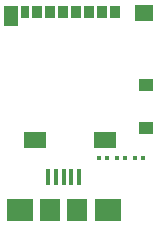
<source format=gbr>
%TF.GenerationSoftware,KiCad,Pcbnew,8.0.4*%
%TF.CreationDate,2024-08-15T19:07:05-07:00*%
%TF.ProjectId,RoboBuddy_NoSIlkScreen,526f626f-4275-4646-9479-5f4e6f53496c,rev?*%
%TF.SameCoordinates,Original*%
%TF.FileFunction,Paste,Bot*%
%TF.FilePolarity,Positive*%
%FSLAX46Y46*%
G04 Gerber Fmt 4.6, Leading zero omitted, Abs format (unit mm)*
G04 Created by KiCad (PCBNEW 8.0.4) date 2024-08-15 19:07:05*
%MOMM*%
%LPD*%
G01*
G04 APERTURE LIST*
G04 Aperture macros list*
%AMRoundRect*
0 Rectangle with rounded corners*
0 $1 Rounding radius*
0 $2 $3 $4 $5 $6 $7 $8 $9 X,Y pos of 4 corners*
0 Add a 4 corners polygon primitive as box body*
4,1,4,$2,$3,$4,$5,$6,$7,$8,$9,$2,$3,0*
0 Add four circle primitives for the rounded corners*
1,1,$1+$1,$2,$3*
1,1,$1+$1,$4,$5*
1,1,$1+$1,$6,$7*
1,1,$1+$1,$8,$9*
0 Add four rect primitives between the rounded corners*
20,1,$1+$1,$2,$3,$4,$5,0*
20,1,$1+$1,$4,$5,$6,$7,0*
20,1,$1+$1,$6,$7,$8,$9,0*
20,1,$1+$1,$8,$9,$2,$3,0*%
G04 Aperture macros list end*
%ADD10RoundRect,0.079500X0.079500X0.100500X-0.079500X0.100500X-0.079500X-0.100500X0.079500X-0.100500X0*%
%ADD11R,0.400000X1.400000*%
%ADD12R,2.300000X1.900000*%
%ADD13R,1.800000X1.900000*%
%ADD14RoundRect,0.079500X-0.079500X-0.100500X0.079500X-0.100500X0.079500X0.100500X-0.079500X0.100500X0*%
%ADD15R,0.850000X1.100000*%
%ADD16R,0.750000X1.100000*%
%ADD17R,1.200000X1.000000*%
%ADD18R,1.550000X1.350000*%
%ADD19R,1.900000X1.350000*%
%ADD20R,1.170000X1.800000*%
G04 APERTURE END LIST*
D10*
%TO.C,C9*%
X148685000Y-91500000D03*
X147995000Y-91500000D03*
%TD*%
%TO.C,C4*%
X147145000Y-91500000D03*
X146455000Y-91500000D03*
%TD*%
D11*
%TO.C,J1*%
X144800000Y-93100000D03*
X144150000Y-93100000D03*
X143500000Y-93100000D03*
X142850000Y-93100000D03*
X142200000Y-93100000D03*
D12*
X147250000Y-95950000D03*
D13*
X144650000Y-95950000D03*
X142350000Y-95950000D03*
D12*
X139750000Y-95950000D03*
%TD*%
D14*
%TO.C,C10*%
X149500000Y-91500000D03*
X150190000Y-91500000D03*
%TD*%
D15*
%TO.C,J3*%
X147860000Y-79150000D03*
X146760000Y-79150000D03*
X145660000Y-79150000D03*
X144560000Y-79150000D03*
X143460000Y-79150000D03*
X142360000Y-79150000D03*
X141260000Y-79150000D03*
D16*
X140210000Y-79150000D03*
D17*
X150495000Y-85300000D03*
X150495000Y-89000000D03*
D18*
X150320000Y-79275000D03*
D19*
X146995000Y-89975000D03*
X141025000Y-89975000D03*
D20*
X139000000Y-79500000D03*
%TD*%
M02*

</source>
